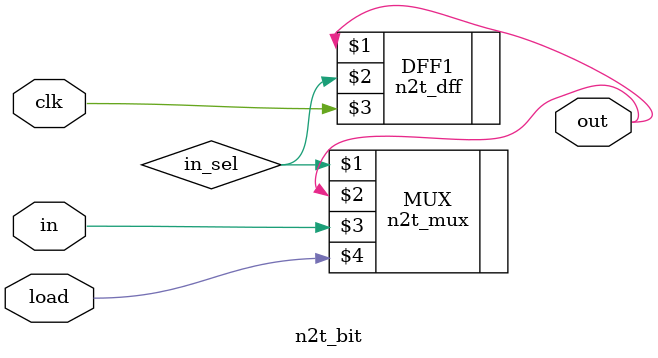
<source format=v>
`timescale 1ns / 1ps

module n2t_bit(out, in , load, clk);
    output out;
    input in, load, clk;
    
    n2t_mux MUX(in_sel, out, in, load);
    n2t_dff DFF1(out, in_sel , clk);
endmodule

</source>
